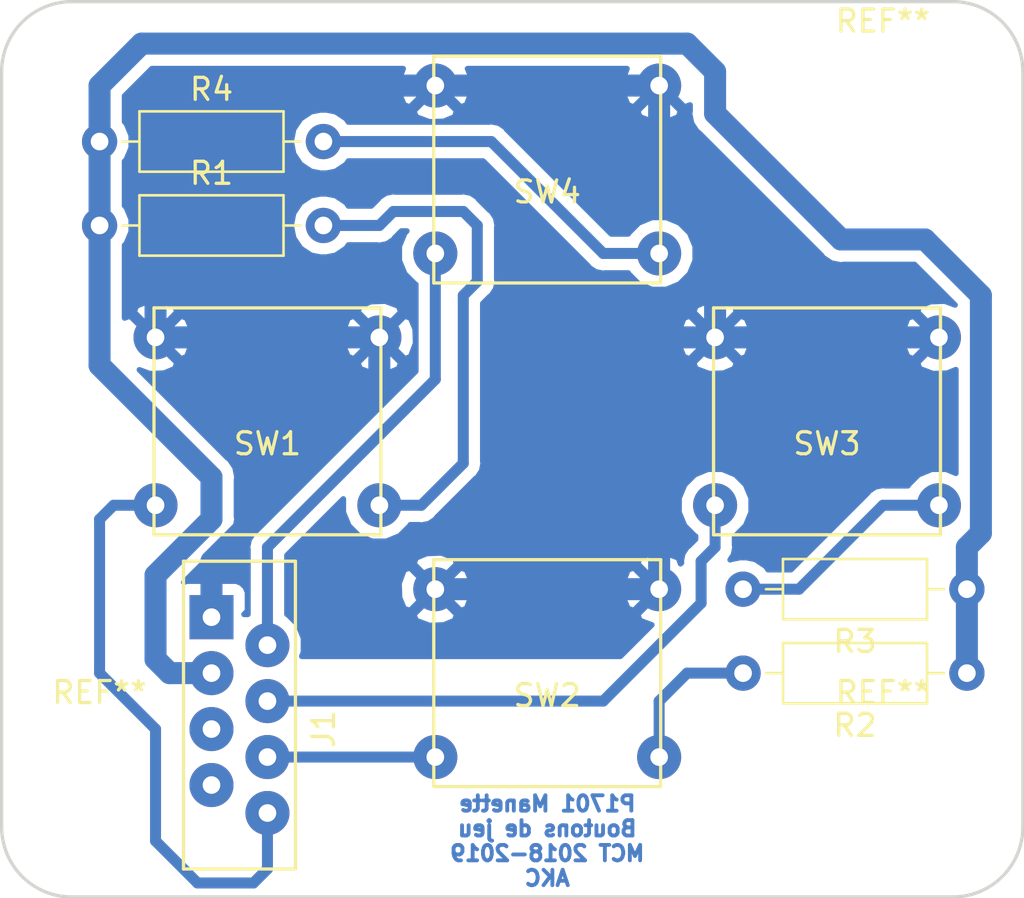
<source format=kicad_pcb>
(kicad_pcb (version 20171130) (host pcbnew "(5.0.0)")

  (general
    (thickness 1.6)
    (drawings 9)
    (tracks 73)
    (zones 0)
    (modules 12)
    (nets 13)
  )

  (page A4)
  (layers
    (0 F.Cu signal)
    (31 B.Cu signal)
    (32 B.Adhes user)
    (33 F.Adhes user)
    (34 B.Paste user)
    (35 F.Paste user)
    (36 B.SilkS user)
    (37 F.SilkS user)
    (38 B.Mask user)
    (39 F.Mask user)
    (40 Dwgs.User user)
    (41 Cmts.User user)
    (42 Eco1.User user)
    (43 Eco2.User user)
    (44 Edge.Cuts user)
    (45 Margin user)
    (46 B.CrtYd user hide)
    (47 F.CrtYd user)
    (48 B.Fab user hide)
    (49 F.Fab user hide)
  )

  (setup
    (last_trace_width 0.25)
    (trace_clearance 0.2)
    (zone_clearance 0.508)
    (zone_45_only no)
    (trace_min 0.2)
    (segment_width 0.2)
    (edge_width 0.15)
    (via_size 0.8)
    (via_drill 0.4)
    (via_min_size 0.4)
    (via_min_drill 0.3)
    (uvia_size 0.3)
    (uvia_drill 0.1)
    (uvias_allowed no)
    (uvia_min_size 0.2)
    (uvia_min_drill 0.1)
    (pcb_text_width 0.3)
    (pcb_text_size 1.5 1.5)
    (mod_edge_width 0.15)
    (mod_text_size 1 1)
    (mod_text_width 0.15)
    (pad_size 2.2 2.2)
    (pad_drill 0.9)
    (pad_to_mask_clearance 0.2)
    (aux_axis_origin 0 0)
    (visible_elements 7FFFFFFF)
    (pcbplotparams
      (layerselection 0x01000_ffffffff)
      (usegerberextensions false)
      (usegerberattributes false)
      (usegerberadvancedattributes false)
      (creategerberjobfile false)
      (excludeedgelayer true)
      (linewidth 0.100000)
      (plotframeref false)
      (viasonmask false)
      (mode 1)
      (useauxorigin false)
      (hpglpennumber 1)
      (hpglpenspeed 20)
      (hpglpendiameter 15.000000)
      (psnegative false)
      (psa4output false)
      (plotreference true)
      (plotvalue true)
      (plotinvisibletext false)
      (padsonsilk false)
      (subtractmaskfromsilk false)
      (outputformat 1)
      (mirror false)
      (drillshape 0)
      (scaleselection 1)
      (outputdirectory "boutons de jeu (a produire en 2 exemplaires)/"))
  )

  (net 0 "")
  (net 1 GND)
  (net 2 "Net-(R1-Pad2)")
  (net 3 "Net-(R2-Pad2)")
  (net 4 "Net-(R3-Pad2)")
  (net 5 "Net-(R4-Pad2)")
  (net 6 Vcc_LED)
  (net 7 "Net-(J1-Pad5)")
  (net 8 "Net-(J1-Pad7)")
  (net 9 Bouton_Haut)
  (net 10 Bouton_Droite)
  (net 11 Bouton_Bas)
  (net 12 Bouton_Gauche)

  (net_class Default "Ceci est la Netclass par défaut."
    (clearance 0.2)
    (trace_width 0.25)
    (via_dia 0.8)
    (via_drill 0.4)
    (uvia_dia 0.3)
    (uvia_drill 0.1)
    (add_net Bouton_Bas)
    (add_net Bouton_Droite)
    (add_net Bouton_Gauche)
    (add_net Bouton_Haut)
    (add_net GND)
    (add_net "Net-(J1-Pad5)")
    (add_net "Net-(J1-Pad7)")
    (add_net "Net-(R1-Pad2)")
    (add_net "Net-(R2-Pad2)")
    (add_net "Net-(R3-Pad2)")
    (add_net "Net-(R4-Pad2)")
    (add_net Vcc_LED)
  )

  (module MountingHole:MountingHole_3.2mm_M3 (layer F.Cu) (tedit 56D1B4CB) (tstamp 5CDD46A5)
    (at 137.16 104.14)
    (descr "Mounting Hole 3.2mm, no annular, M3")
    (tags "mounting hole 3.2mm no annular m3")
    (attr virtual)
    (fp_text reference REF** (at 0 -4.2) (layer F.SilkS)
      (effects (font (size 1 1) (thickness 0.15)))
    )
    (fp_text value MountingHole_3.2mm_M3 (at 0 4.2) (layer F.Fab)
      (effects (font (size 1 1) (thickness 0.15)))
    )
    (fp_circle (center 0 0) (end 3.45 0) (layer F.CrtYd) (width 0.05))
    (fp_circle (center 0 0) (end 3.2 0) (layer Cmts.User) (width 0.15))
    (fp_text user %R (at 0.3 0) (layer F.Fab)
      (effects (font (size 1 1) (thickness 0.15)))
    )
    (pad 1 np_thru_hole circle (at 0 0) (size 3.2 3.2) (drill 3.2) (layers *.Cu *.Mask))
  )

  (module MountingHole:MountingHole_3.2mm_M3 (layer F.Cu) (tedit 56D1B4CB) (tstamp 5CD8C9AB)
    (at 172.72 104.14)
    (descr "Mounting Hole 3.2mm, no annular, M3")
    (tags "mounting hole 3.2mm no annular m3")
    (attr virtual)
    (fp_text reference REF** (at 0 -4.2) (layer F.SilkS)
      (effects (font (size 1 1) (thickness 0.15)))
    )
    (fp_text value MountingHole_3.2mm_M3 (at 0 4.2) (layer F.Fab)
      (effects (font (size 1 1) (thickness 0.15)))
    )
    (fp_text user %R (at 0.3 0) (layer F.Fab)
      (effects (font (size 1 1) (thickness 0.15)))
    )
    (fp_circle (center 0 0) (end 3.2 0) (layer Cmts.User) (width 0.15))
    (fp_circle (center 0 0) (end 3.45 0) (layer F.CrtYd) (width 0.05))
    (pad 1 np_thru_hole circle (at 0 0) (size 3.2 3.2) (drill 3.2) (layers *.Cu *.Mask))
  )

  (module Resistor_THT:R_Axial_DIN0207_L6.3mm_D2.5mm_P10.16mm_Horizontal (layer F.Cu) (tedit 5AE5139B) (tstamp 5CCC0B52)
    (at 137.16 78.74)
    (descr "Resistor, Axial_DIN0207 series, Axial, Horizontal, pin pitch=10.16mm, 0.25W = 1/4W, length*diameter=6.3*2.5mm^2, http://cdn-reichelt.de/documents/datenblatt/B400/1_4W%23YAG.pdf")
    (tags "Resistor Axial_DIN0207 series Axial Horizontal pin pitch 10.16mm 0.25W = 1/4W length 6.3mm diameter 2.5mm")
    (path /5CC91A3A)
    (fp_text reference R1 (at 5.08 -2.37) (layer F.SilkS)
      (effects (font (size 1 1) (thickness 0.15)))
    )
    (fp_text value R (at 5.08 2.37) (layer F.Fab)
      (effects (font (size 1 1) (thickness 0.15)))
    )
    (fp_line (start 1.93 -1.25) (end 1.93 1.25) (layer F.Fab) (width 0.1))
    (fp_line (start 1.93 1.25) (end 8.23 1.25) (layer F.Fab) (width 0.1))
    (fp_line (start 8.23 1.25) (end 8.23 -1.25) (layer F.Fab) (width 0.1))
    (fp_line (start 8.23 -1.25) (end 1.93 -1.25) (layer F.Fab) (width 0.1))
    (fp_line (start 0 0) (end 1.93 0) (layer F.Fab) (width 0.1))
    (fp_line (start 10.16 0) (end 8.23 0) (layer F.Fab) (width 0.1))
    (fp_line (start 1.81 -1.37) (end 1.81 1.37) (layer F.SilkS) (width 0.12))
    (fp_line (start 1.81 1.37) (end 8.35 1.37) (layer F.SilkS) (width 0.12))
    (fp_line (start 8.35 1.37) (end 8.35 -1.37) (layer F.SilkS) (width 0.12))
    (fp_line (start 8.35 -1.37) (end 1.81 -1.37) (layer F.SilkS) (width 0.12))
    (fp_line (start 1.04 0) (end 1.81 0) (layer F.SilkS) (width 0.12))
    (fp_line (start 9.12 0) (end 8.35 0) (layer F.SilkS) (width 0.12))
    (fp_line (start -1.05 -1.5) (end -1.05 1.5) (layer F.CrtYd) (width 0.05))
    (fp_line (start -1.05 1.5) (end 11.21 1.5) (layer F.CrtYd) (width 0.05))
    (fp_line (start 11.21 1.5) (end 11.21 -1.5) (layer F.CrtYd) (width 0.05))
    (fp_line (start 11.21 -1.5) (end -1.05 -1.5) (layer F.CrtYd) (width 0.05))
    (fp_text user %R (at 5.08 0) (layer F.Fab)
      (effects (font (size 1 1) (thickness 0.15)))
    )
    (pad 1 thru_hole circle (at 0 0) (size 1.6 1.6) (drill 0.8) (layers *.Cu *.Mask)
      (net 6 Vcc_LED))
    (pad 2 thru_hole oval (at 10.16 0) (size 1.6 1.6) (drill 0.8) (layers *.Cu *.Mask)
      (net 2 "Net-(R1-Pad2)"))
    (model ${KISYS3DMOD}/Resistor_THT.3dshapes/R_Axial_DIN0207_L6.3mm_D2.5mm_P10.16mm_Horizontal.wrl
      (at (xyz 0 0 0))
      (scale (xyz 1 1 1))
      (rotate (xyz 0 0 0))
    )
  )

  (module Resistor_THT:R_Axial_DIN0207_L6.3mm_D2.5mm_P10.16mm_Horizontal (layer F.Cu) (tedit 5AE5139B) (tstamp 5CCC0B69)
    (at 176.53 99.06 180)
    (descr "Resistor, Axial_DIN0207 series, Axial, Horizontal, pin pitch=10.16mm, 0.25W = 1/4W, length*diameter=6.3*2.5mm^2, http://cdn-reichelt.de/documents/datenblatt/B400/1_4W%23YAG.pdf")
    (tags "Resistor Axial_DIN0207 series Axial Horizontal pin pitch 10.16mm 0.25W = 1/4W length 6.3mm diameter 2.5mm")
    (path /5CC91B1E)
    (fp_text reference R2 (at 5.08 -2.37 180) (layer F.SilkS)
      (effects (font (size 1 1) (thickness 0.15)))
    )
    (fp_text value R (at 5.08 2.37 180) (layer F.Fab)
      (effects (font (size 1 1) (thickness 0.15)))
    )
    (fp_text user %R (at 5.274999 0.504999 180) (layer F.Fab)
      (effects (font (size 1 1) (thickness 0.15)))
    )
    (fp_line (start 11.21 -1.5) (end -1.05 -1.5) (layer F.CrtYd) (width 0.05))
    (fp_line (start 11.21 1.5) (end 11.21 -1.5) (layer F.CrtYd) (width 0.05))
    (fp_line (start -1.05 1.5) (end 11.21 1.5) (layer F.CrtYd) (width 0.05))
    (fp_line (start -1.05 -1.5) (end -1.05 1.5) (layer F.CrtYd) (width 0.05))
    (fp_line (start 9.12 0) (end 8.35 0) (layer F.SilkS) (width 0.12))
    (fp_line (start 1.04 0) (end 1.81 0) (layer F.SilkS) (width 0.12))
    (fp_line (start 8.35 -1.37) (end 1.81 -1.37) (layer F.SilkS) (width 0.12))
    (fp_line (start 8.35 1.37) (end 8.35 -1.37) (layer F.SilkS) (width 0.12))
    (fp_line (start 1.81 1.37) (end 8.35 1.37) (layer F.SilkS) (width 0.12))
    (fp_line (start 1.81 -1.37) (end 1.81 1.37) (layer F.SilkS) (width 0.12))
    (fp_line (start 10.16 0) (end 8.23 0) (layer F.Fab) (width 0.1))
    (fp_line (start 0 0) (end 1.93 0) (layer F.Fab) (width 0.1))
    (fp_line (start 8.23 -1.25) (end 1.93 -1.25) (layer F.Fab) (width 0.1))
    (fp_line (start 8.23 1.25) (end 8.23 -1.25) (layer F.Fab) (width 0.1))
    (fp_line (start 1.93 1.25) (end 8.23 1.25) (layer F.Fab) (width 0.1))
    (fp_line (start 1.93 -1.25) (end 1.93 1.25) (layer F.Fab) (width 0.1))
    (pad 2 thru_hole oval (at 10.16 0 180) (size 1.6 1.6) (drill 0.8) (layers *.Cu *.Mask)
      (net 3 "Net-(R2-Pad2)"))
    (pad 1 thru_hole circle (at 0 0 180) (size 1.6 1.6) (drill 0.8) (layers *.Cu *.Mask)
      (net 6 Vcc_LED))
    (model ${KISYS3DMOD}/Resistor_THT.3dshapes/R_Axial_DIN0207_L6.3mm_D2.5mm_P10.16mm_Horizontal.wrl
      (at (xyz 0 0 0))
      (scale (xyz 1 1 1))
      (rotate (xyz 0 0 0))
    )
  )

  (module Resistor_THT:R_Axial_DIN0207_L6.3mm_D2.5mm_P10.16mm_Horizontal (layer F.Cu) (tedit 5AE5139B) (tstamp 5CCC0B80)
    (at 176.53 95.25 180)
    (descr "Resistor, Axial_DIN0207 series, Axial, Horizontal, pin pitch=10.16mm, 0.25W = 1/4W, length*diameter=6.3*2.5mm^2, http://cdn-reichelt.de/documents/datenblatt/B400/1_4W%23YAG.pdf")
    (tags "Resistor Axial_DIN0207 series Axial Horizontal pin pitch 10.16mm 0.25W = 1/4W length 6.3mm diameter 2.5mm")
    (path /5CC91BD0)
    (fp_text reference R3 (at 5.08 -2.37 180) (layer F.SilkS)
      (effects (font (size 1 1) (thickness 0.15)))
    )
    (fp_text value R (at 5.08 2.37 180) (layer F.Fab)
      (effects (font (size 1 1) (thickness 0.15)))
    )
    (fp_line (start 1.93 -1.25) (end 1.93 1.25) (layer F.Fab) (width 0.1))
    (fp_line (start 1.93 1.25) (end 8.23 1.25) (layer F.Fab) (width 0.1))
    (fp_line (start 8.23 1.25) (end 8.23 -1.25) (layer F.Fab) (width 0.1))
    (fp_line (start 8.23 -1.25) (end 1.93 -1.25) (layer F.Fab) (width 0.1))
    (fp_line (start 0 0) (end 1.93 0) (layer F.Fab) (width 0.1))
    (fp_line (start 10.16 0) (end 8.23 0) (layer F.Fab) (width 0.1))
    (fp_line (start 1.81 -1.37) (end 1.81 1.37) (layer F.SilkS) (width 0.12))
    (fp_line (start 1.81 1.37) (end 8.35 1.37) (layer F.SilkS) (width 0.12))
    (fp_line (start 8.35 1.37) (end 8.35 -1.37) (layer F.SilkS) (width 0.12))
    (fp_line (start 8.35 -1.37) (end 1.81 -1.37) (layer F.SilkS) (width 0.12))
    (fp_line (start 1.04 0) (end 1.81 0) (layer F.SilkS) (width 0.12))
    (fp_line (start 9.12 0) (end 8.35 0) (layer F.SilkS) (width 0.12))
    (fp_line (start -1.05 -1.5) (end -1.05 1.5) (layer F.CrtYd) (width 0.05))
    (fp_line (start -1.05 1.5) (end 11.21 1.5) (layer F.CrtYd) (width 0.05))
    (fp_line (start 11.21 1.5) (end 11.21 -1.5) (layer F.CrtYd) (width 0.05))
    (fp_line (start 11.21 -1.5) (end -1.05 -1.5) (layer F.CrtYd) (width 0.05))
    (fp_text user %R (at 5.08 0 180) (layer F.Fab)
      (effects (font (size 1 1) (thickness 0.15)))
    )
    (pad 1 thru_hole circle (at 0 0 180) (size 1.6 1.6) (drill 0.8) (layers *.Cu *.Mask)
      (net 6 Vcc_LED))
    (pad 2 thru_hole oval (at 10.16 0 180) (size 1.6 1.6) (drill 0.8) (layers *.Cu *.Mask)
      (net 4 "Net-(R3-Pad2)"))
    (model ${KISYS3DMOD}/Resistor_THT.3dshapes/R_Axial_DIN0207_L6.3mm_D2.5mm_P10.16mm_Horizontal.wrl
      (at (xyz 0 0 0))
      (scale (xyz 1 1 1))
      (rotate (xyz 0 0 0))
    )
  )

  (module Resistor_THT:R_Axial_DIN0207_L6.3mm_D2.5mm_P10.16mm_Horizontal (layer F.Cu) (tedit 5AE5139B) (tstamp 5CCC0B97)
    (at 137.16 74.93)
    (descr "Resistor, Axial_DIN0207 series, Axial, Horizontal, pin pitch=10.16mm, 0.25W = 1/4W, length*diameter=6.3*2.5mm^2, http://cdn-reichelt.de/documents/datenblatt/B400/1_4W%23YAG.pdf")
    (tags "Resistor Axial_DIN0207 series Axial Horizontal pin pitch 10.16mm 0.25W = 1/4W length 6.3mm diameter 2.5mm")
    (path /5CC91C85)
    (fp_text reference R4 (at 5.08 -2.37) (layer F.SilkS)
      (effects (font (size 1 1) (thickness 0.15)))
    )
    (fp_text value R (at 5.08 2.37) (layer F.Fab)
      (effects (font (size 1 1) (thickness 0.15)))
    )
    (fp_text user %R (at 5.08 0) (layer F.Fab)
      (effects (font (size 1 1) (thickness 0.15)))
    )
    (fp_line (start 11.21 -1.5) (end -1.05 -1.5) (layer F.CrtYd) (width 0.05))
    (fp_line (start 11.21 1.5) (end 11.21 -1.5) (layer F.CrtYd) (width 0.05))
    (fp_line (start -1.05 1.5) (end 11.21 1.5) (layer F.CrtYd) (width 0.05))
    (fp_line (start -1.05 -1.5) (end -1.05 1.5) (layer F.CrtYd) (width 0.05))
    (fp_line (start 9.12 0) (end 8.35 0) (layer F.SilkS) (width 0.12))
    (fp_line (start 1.04 0) (end 1.81 0) (layer F.SilkS) (width 0.12))
    (fp_line (start 8.35 -1.37) (end 1.81 -1.37) (layer F.SilkS) (width 0.12))
    (fp_line (start 8.35 1.37) (end 8.35 -1.37) (layer F.SilkS) (width 0.12))
    (fp_line (start 1.81 1.37) (end 8.35 1.37) (layer F.SilkS) (width 0.12))
    (fp_line (start 1.81 -1.37) (end 1.81 1.37) (layer F.SilkS) (width 0.12))
    (fp_line (start 10.16 0) (end 8.23 0) (layer F.Fab) (width 0.1))
    (fp_line (start 0 0) (end 1.93 0) (layer F.Fab) (width 0.1))
    (fp_line (start 8.23 -1.25) (end 1.93 -1.25) (layer F.Fab) (width 0.1))
    (fp_line (start 8.23 1.25) (end 8.23 -1.25) (layer F.Fab) (width 0.1))
    (fp_line (start 1.93 1.25) (end 8.23 1.25) (layer F.Fab) (width 0.1))
    (fp_line (start 1.93 -1.25) (end 1.93 1.25) (layer F.Fab) (width 0.1))
    (pad 2 thru_hole oval (at 10.16 0) (size 1.6 1.6) (drill 0.8) (layers *.Cu *.Mask)
      (net 5 "Net-(R4-Pad2)"))
    (pad 1 thru_hole circle (at 0 0) (size 1.6 1.6) (drill 0.8) (layers *.Cu *.Mask)
      (net 6 Vcc_LED))
    (model ${KISYS3DMOD}/Resistor_THT.3dshapes/R_Axial_DIN0207_L6.3mm_D2.5mm_P10.16mm_Horizontal.wrl
      (at (xyz 0 0 0))
      (scale (xyz 1 1 1))
      (rotate (xyz 0 0 0))
    )
  )

  (module Button_Switch_THT:Bouton_MEC (layer F.Cu) (tedit 5CC6DCB1) (tstamp 5CCC0BA3)
    (at 144.78 87.63)
    (path /5CC90DC1)
    (fp_text reference SW1 (at 0 1.016) (layer F.SilkS)
      (effects (font (size 1 1) (thickness 0.15)))
    )
    (fp_text value Bouton_1 (at 0 -0.508) (layer F.Fab)
      (effects (font (size 1 1) (thickness 0.15)))
    )
    (fp_line (start -5.15 5.15) (end 5.15 5.15) (layer F.SilkS) (width 0.15))
    (fp_line (start 5.15 -5.15) (end -5.15 -5.15) (layer F.SilkS) (width 0.15))
    (fp_line (start 5.15 5.15) (end 5.15 -5.15) (layer F.SilkS) (width 0.15))
    (fp_line (start -5.15 -5.15) (end -5.15 5.15) (layer F.SilkS) (width 0.15))
    (pad 1 thru_hole circle (at 5.08 -3.81) (size 2 2) (drill 0.8) (layers *.Cu *.Mask)
      (net 1 GND))
    (pad 2 thru_hole circle (at -5.08 -3.81) (size 2 2) (drill 0.8) (layers *.Cu *.Mask)
      (net 1 GND))
    (pad 3 thru_hole circle (at 5.08 3.81) (size 2 2) (drill 0.8) (layers *.Cu *.Mask)
      (net 2 "Net-(R1-Pad2)"))
    (pad 4 thru_hole circle (at -5.08 3.81) (size 2 2) (drill 0.8) (layers *.Cu *.Mask)
      (net 12 Bouton_Gauche))
  )

  (module Button_Switch_THT:Bouton_MEC (layer F.Cu) (tedit 5CC6DCB1) (tstamp 5CCC0BAF)
    (at 157.48 99.06)
    (path /5CC90E5A)
    (fp_text reference SW2 (at 0 1.016) (layer F.SilkS)
      (effects (font (size 1 1) (thickness 0.15)))
    )
    (fp_text value Bouton_2 (at 0 -0.508) (layer F.Fab)
      (effects (font (size 1 1) (thickness 0.15)))
    )
    (fp_line (start -5.15 5.15) (end 5.15 5.15) (layer F.SilkS) (width 0.15))
    (fp_line (start 5.15 -5.15) (end -5.15 -5.15) (layer F.SilkS) (width 0.15))
    (fp_line (start 5.15 5.15) (end 5.15 -5.15) (layer F.SilkS) (width 0.15))
    (fp_line (start -5.15 -5.15) (end -5.15 5.15) (layer F.SilkS) (width 0.15))
    (pad 1 thru_hole circle (at 5.08 -3.81) (size 2 2) (drill 0.8) (layers *.Cu *.Mask)
      (net 1 GND))
    (pad 2 thru_hole circle (at -5.08 -3.81) (size 2 2) (drill 0.8) (layers *.Cu *.Mask)
      (net 1 GND))
    (pad 3 thru_hole circle (at 5.08 3.81) (size 2 2) (drill 0.8) (layers *.Cu *.Mask)
      (net 3 "Net-(R2-Pad2)"))
    (pad 4 thru_hole circle (at -5.08 3.81) (size 2 2) (drill 0.8) (layers *.Cu *.Mask)
      (net 11 Bouton_Bas))
  )

  (module Button_Switch_THT:Bouton_MEC (layer F.Cu) (tedit 5CC6DCB1) (tstamp 5CCC0BBB)
    (at 170.18 87.63)
    (path /5CC90E81)
    (fp_text reference SW3 (at 0 1.016) (layer F.SilkS)
      (effects (font (size 1 1) (thickness 0.15)))
    )
    (fp_text value Bouton_3 (at 0 -0.508) (layer F.Fab)
      (effects (font (size 1 1) (thickness 0.15)))
    )
    (fp_line (start -5.15 5.15) (end 5.15 5.15) (layer F.SilkS) (width 0.15))
    (fp_line (start 5.15 -5.15) (end -5.15 -5.15) (layer F.SilkS) (width 0.15))
    (fp_line (start 5.15 5.15) (end 5.15 -5.15) (layer F.SilkS) (width 0.15))
    (fp_line (start -5.15 -5.15) (end -5.15 5.15) (layer F.SilkS) (width 0.15))
    (pad 1 thru_hole circle (at 5.08 -3.81) (size 2 2) (drill 0.8) (layers *.Cu *.Mask)
      (net 1 GND))
    (pad 2 thru_hole circle (at -5.08 -3.81) (size 2 2) (drill 0.8) (layers *.Cu *.Mask)
      (net 1 GND))
    (pad 3 thru_hole circle (at 5.08 3.81) (size 2 2) (drill 0.8) (layers *.Cu *.Mask)
      (net 4 "Net-(R3-Pad2)"))
    (pad 4 thru_hole circle (at -5.08 3.81) (size 2 2) (drill 0.8) (layers *.Cu *.Mask)
      (net 10 Bouton_Droite))
  )

  (module Button_Switch_THT:Bouton_MEC (layer F.Cu) (tedit 5CC6DCB1) (tstamp 5CCC0BC7)
    (at 157.48 76.2)
    (path /5CC90EA9)
    (fp_text reference SW4 (at 0 1.016) (layer F.SilkS)
      (effects (font (size 1 1) (thickness 0.15)))
    )
    (fp_text value Bouton_4 (at 0 -0.508) (layer F.Fab)
      (effects (font (size 1 1) (thickness 0.15)))
    )
    (fp_line (start -5.15 5.15) (end 5.15 5.15) (layer F.SilkS) (width 0.15))
    (fp_line (start 5.15 -5.15) (end -5.15 -5.15) (layer F.SilkS) (width 0.15))
    (fp_line (start 5.15 5.15) (end 5.15 -5.15) (layer F.SilkS) (width 0.15))
    (fp_line (start -5.15 -5.15) (end -5.15 5.15) (layer F.SilkS) (width 0.15))
    (pad 1 thru_hole circle (at 5.08 -3.81) (size 2 2) (drill 0.8) (layers *.Cu *.Mask)
      (net 1 GND))
    (pad 2 thru_hole circle (at -5.08 -3.81) (size 2 2) (drill 0.8) (layers *.Cu *.Mask)
      (net 1 GND))
    (pad 3 thru_hole circle (at 5.08 3.81) (size 2 2) (drill 0.8) (layers *.Cu *.Mask)
      (net 5 "Net-(R4-Pad2)"))
    (pad 4 thru_hole circle (at -5.08 3.81) (size 2 2) (drill 0.8) (layers *.Cu *.Mask)
      (net 9 Bouton_Haut))
  )

  (module MountingHole:MountingHole_3.2mm_M3 (layer F.Cu) (tedit 56D1B4CB) (tstamp 5CD8C993)
    (at 172.72 73.66)
    (descr "Mounting Hole 3.2mm, no annular, M3")
    (tags "mounting hole 3.2mm no annular m3")
    (attr virtual)
    (fp_text reference REF** (at 0 -4.2) (layer F.SilkS)
      (effects (font (size 1 1) (thickness 0.15)))
    )
    (fp_text value MountingHole_3.2mm_M3 (at 0 4.2) (layer F.Fab)
      (effects (font (size 1 1) (thickness 0.15)))
    )
    (fp_circle (center 0 0) (end 3.45 0) (layer F.CrtYd) (width 0.05))
    (fp_circle (center 0 0) (end 3.2 0) (layer Cmts.User) (width 0.15))
    (fp_text user %R (at 0.3 0) (layer F.Fab)
      (effects (font (size 1 1) (thickness 0.15)))
    )
    (pad 1 np_thru_hole circle (at 0 0) (size 3.2 3.2) (drill 3.2) (layers *.Cu *.Mask))
  )

  (module manette_2019:Conn_8 (layer F.Cu) (tedit 5CCFE5A6) (tstamp 5CD04149)
    (at 143.51 101.6 270)
    (path /5CC930DA)
    (fp_text reference J1 (at 0 -3.81 270) (layer F.SilkS)
      (effects (font (size 1 1) (thickness 0.15)))
    )
    (fp_text value Conn_bouton (at 0 -5.08 270) (layer F.Fab)
      (effects (font (size 1 1) (thickness 0.15)))
    )
    (fp_line (start -7.62 -2.54) (end -7.62 2.54) (layer F.SilkS) (width 0.15))
    (fp_line (start -7.62 2.54) (end 6.35 2.54) (layer F.SilkS) (width 0.15))
    (fp_line (start 6.35 2.54) (end 6.35 -2.54) (layer F.SilkS) (width 0.15))
    (fp_line (start 6.35 -2.54) (end -7.62 -2.54) (layer F.SilkS) (width 0.15))
    (pad 1 thru_hole rect (at -5.08 1.27 270) (size 2 2) (drill 0.8) (layers *.Cu *.Mask)
      (net 1 GND))
    (pad 2 thru_hole circle (at -3.81 -1.27 270) (size 2 2) (drill 0.8) (layers *.Cu *.Mask)
      (net 9 Bouton_Haut))
    (pad 3 thru_hole circle (at -2.54 1.27 270) (size 2 2) (drill 0.8) (layers *.Cu *.Mask)
      (net 6 Vcc_LED))
    (pad 4 thru_hole circle (at -1.27 -1.27 270) (size 2 2) (drill 0.8) (layers *.Cu *.Mask)
      (net 10 Bouton_Droite))
    (pad 5 thru_hole circle (at 0 1.27 270) (size 2 2) (drill 0.8) (layers *.Cu *.Mask)
      (net 7 "Net-(J1-Pad5)"))
    (pad 6 thru_hole circle (at 1.27 -1.27 270) (size 2 2) (drill 0.8) (layers *.Cu *.Mask)
      (net 11 Bouton_Bas))
    (pad 7 thru_hole circle (at 2.54 1.27 270) (size 2 2) (drill 0.8) (layers *.Cu *.Mask)
      (net 8 "Net-(J1-Pad7)"))
    (pad 8 thru_hole circle (at 3.81 -1.27 270) (size 2 2) (drill 0.8) (layers *.Cu *.Mask)
      (net 12 Bouton_Gauche))
    (pad "" np_thru_hole circle (at 5.21 0.53 270) (size 1.5 1.5) (drill 1.5) (layers *.Cu *.Mask))
  )

  (gr_arc (start 135.89 106.045) (end 132.715 106.045) (angle -90) (layer Edge.Cuts) (width 0.15))
  (gr_arc (start 175.895 106.045) (end 175.895 109.22) (angle -90) (layer Edge.Cuts) (width 0.15))
  (gr_arc (start 135.89 71.755) (end 135.89 68.58) (angle -90) (layer Edge.Cuts) (width 0.15))
  (gr_arc (start 175.895 71.755) (end 179.07 71.755) (angle -90) (layer Edge.Cuts) (width 0.15))
  (gr_text "P1701 Manette\nBoutons de jeu\nMCT 2018-2019\nAKC\n" (at 157.48 106.68) (layer B.Cu)
    (effects (font (size 0.7 0.7) (thickness 0.175)) (justify mirror))
  )
  (gr_line (start 132.715 71.755) (end 132.715 106.045) (layer Edge.Cuts) (width 0.15))
  (gr_line (start 175.895 68.58) (end 135.89 68.58) (layer Edge.Cuts) (width 0.15))
  (gr_line (start 179.07 106.045) (end 179.07 71.755) (layer Edge.Cuts) (width 0.15))
  (gr_line (start 135.89 109.22) (end 175.895 109.22) (layer Edge.Cuts) (width 0.15))

  (segment (start 152.4 72.39) (end 162.56 72.39) (width 1) (layer B.Cu) (net 1))
  (segment (start 152.4 95.25) (end 162.56 95.25) (width 1) (layer B.Cu) (net 1))
  (segment (start 139.7 83.82) (end 149.86 83.82) (width 1) (layer B.Cu) (net 1))
  (segment (start 165.1 83.82) (end 175.26 83.82) (width 1) (layer B.Cu) (net 1))
  (segment (start 162.56 95.25) (end 162.56 84.455) (width 1) (layer B.Cu) (net 1))
  (segment (start 163.195 83.82) (end 165.1 83.82) (width 1) (layer B.Cu) (net 1))
  (segment (start 162.56 84.455) (end 163.195 83.82) (width 1) (layer B.Cu) (net 1))
  (segment (start 152.4 72.39) (end 145.415 72.39) (width 1) (layer B.Cu) (net 1))
  (segment (start 139.7 78.105) (end 139.7 83.82) (width 1) (layer B.Cu) (net 1))
  (segment (start 145.415 72.39) (end 139.7 78.105) (width 1) (layer B.Cu) (net 1))
  (segment (start 162.56 74.93) (end 162.56 72.39) (width 1) (layer B.Cu) (net 1))
  (segment (start 162.56 76.2) (end 162.56 74.93) (width 1) (layer B.Cu) (net 1))
  (segment (start 165.1 83.82) (end 165.1 78.74) (width 1) (layer B.Cu) (net 1))
  (segment (start 165.1 78.74) (end 162.56 76.2) (width 1) (layer B.Cu) (net 1))
  (segment (start 149.86 86.36) (end 149.86 83.82) (width 1) (layer B.Cu) (net 1))
  (segment (start 142.24 96.52) (end 142.24 93.98) (width 1) (layer B.Cu) (net 1))
  (segment (start 142.24 93.98) (end 149.86 86.36) (width 1) (layer B.Cu) (net 1))
  (segment (start 149.86 78.74) (end 147.32 78.74) (width 0.5) (layer B.Cu) (net 2))
  (segment (start 153.67 78.105) (end 150.495 78.105) (width 0.5) (layer B.Cu) (net 2))
  (segment (start 151.765 91.44) (end 153.67 89.535) (width 0.5) (layer B.Cu) (net 2))
  (segment (start 149.86 91.44) (end 151.765 91.44) (width 0.5) (layer B.Cu) (net 2))
  (segment (start 153.67 89.535) (end 153.67 81.915) (width 0.5) (layer B.Cu) (net 2))
  (segment (start 150.495 78.105) (end 149.86 78.74) (width 0.5) (layer B.Cu) (net 2))
  (segment (start 153.67 81.915) (end 154.305 81.28) (width 0.5) (layer B.Cu) (net 2))
  (segment (start 154.305 81.28) (end 154.305 78.74) (width 0.5) (layer B.Cu) (net 2))
  (segment (start 154.305 78.74) (end 153.67 78.105) (width 0.5) (layer B.Cu) (net 2))
  (segment (start 166.37 99.06) (end 163.83 99.06) (width 0.5) (layer B.Cu) (net 3))
  (segment (start 162.56 100.33) (end 162.56 102.87) (width 0.5) (layer B.Cu) (net 3))
  (segment (start 163.83 99.06) (end 162.56 100.33) (width 0.5) (layer B.Cu) (net 3))
  (segment (start 166.37 95.25) (end 168.91 95.25) (width 0.5) (layer B.Cu) (net 4))
  (segment (start 172.72 91.44) (end 175.26 91.44) (width 0.5) (layer B.Cu) (net 4))
  (segment (start 168.91 95.25) (end 172.72 91.44) (width 0.5) (layer B.Cu) (net 4))
  (segment (start 154.94 74.93) (end 147.32 74.93) (width 0.5) (layer B.Cu) (net 5))
  (segment (start 160.02 80.01) (end 154.94 74.93) (width 0.5) (layer B.Cu) (net 5))
  (segment (start 162.56 80.01) (end 160.02 80.01) (width 0.5) (layer B.Cu) (net 5))
  (segment (start 137.16 78.74) (end 137.16 74.93) (width 1) (layer B.Cu) (net 6))
  (segment (start 176.53 99.06) (end 176.53 95.25) (width 1) (layer B.Cu) (net 6))
  (segment (start 137.16 85.09) (end 137.16 78.74) (width 1) (layer B.Cu) (net 6))
  (segment (start 140.335 99.06) (end 139.7 98.425) (width 1) (layer B.Cu) (net 6))
  (segment (start 142.24 99.06) (end 140.335 99.06) (width 1) (layer B.Cu) (net 6))
  (segment (start 139.7 98.425) (end 139.7 94.615) (width 1) (layer B.Cu) (net 6))
  (segment (start 139.7 94.615) (end 142.24 92.075) (width 1) (layer B.Cu) (net 6))
  (segment (start 142.24 92.075) (end 142.24 90.17) (width 1) (layer B.Cu) (net 6))
  (segment (start 142.24 90.17) (end 137.16 85.09) (width 1) (layer B.Cu) (net 6))
  (segment (start 139.065 70.485) (end 137.16 72.39) (width 1) (layer B.Cu) (net 6))
  (segment (start 163.83 70.485) (end 139.065 70.485) (width 1) (layer B.Cu) (net 6))
  (segment (start 165.1 73.66) (end 165.1 71.755) (width 1) (layer B.Cu) (net 6))
  (segment (start 176.53 93.345) (end 177.165 92.71) (width 1) (layer B.Cu) (net 6))
  (segment (start 165.1 71.755) (end 163.83 70.485) (width 1) (layer B.Cu) (net 6))
  (segment (start 176.53 95.25) (end 176.53 93.345) (width 1) (layer B.Cu) (net 6))
  (segment (start 177.165 92.71) (end 177.165 81.915) (width 1) (layer B.Cu) (net 6))
  (segment (start 177.165 81.915) (end 174.625 79.375) (width 1) (layer B.Cu) (net 6))
  (segment (start 174.625 79.375) (end 170.815 79.375) (width 1) (layer B.Cu) (net 6))
  (segment (start 137.16 72.39) (end 137.16 74.93) (width 1) (layer B.Cu) (net 6))
  (segment (start 170.815 79.375) (end 165.1 73.66) (width 1) (layer B.Cu) (net 6))
  (segment (start 144.78 97.79) (end 144.78 93.345) (width 0.5) (layer B.Cu) (net 9))
  (segment (start 152.4 85.725) (end 152.4 80.01) (width 0.5) (layer B.Cu) (net 9))
  (segment (start 144.78 93.345) (end 152.4 85.725) (width 0.5) (layer B.Cu) (net 9))
  (segment (start 165.1 93.345) (end 165.1 91.44) (width 0.5) (layer B.Cu) (net 10))
  (segment (start 164.465 93.98) (end 165.1 93.345) (width 0.5) (layer B.Cu) (net 10))
  (segment (start 164.465 95.885) (end 164.465 93.98) (width 0.5) (layer B.Cu) (net 10))
  (segment (start 144.78 100.33) (end 160.02 100.33) (width 0.5) (layer B.Cu) (net 10))
  (segment (start 160.02 100.33) (end 164.465 95.885) (width 0.5) (layer B.Cu) (net 10))
  (segment (start 152.4 102.87) (end 144.78 102.87) (width 0.5) (layer B.Cu) (net 11))
  (segment (start 137.795 91.44) (end 139.7 91.44) (width 0.5) (layer B.Cu) (net 12))
  (segment (start 144.78 107.95) (end 144.145 108.585) (width 0.5) (layer B.Cu) (net 12))
  (segment (start 144.78 105.41) (end 144.78 107.95) (width 0.5) (layer B.Cu) (net 12))
  (segment (start 144.145 108.585) (end 141.605 108.585) (width 0.5) (layer B.Cu) (net 12))
  (segment (start 137.16 92.075) (end 137.795 91.44) (width 0.5) (layer B.Cu) (net 12))
  (segment (start 137.16 92.075) (end 137.16 99.06) (width 0.5) (layer B.Cu) (net 12))
  (segment (start 137.16 99.06) (end 139.7 101.6) (width 0.5) (layer B.Cu) (net 12))
  (segment (start 139.7 101.6) (end 139.7 106.68) (width 0.5) (layer B.Cu) (net 12))
  (segment (start 139.7 106.68) (end 141.605 108.585) (width 0.5) (layer B.Cu) (net 12))

  (zone (net 1) (net_name GND) (layer B.Cu) (tstamp 5CDD529D) (hatch edge 0.508)
    (connect_pads (clearance 0.508))
    (min_thickness 0.254)
    (fill yes (arc_segments 16) (thermal_gap 0.508) (thermal_bridge_width 0.508))
    (polygon
      (pts
        (xy 134.62 69.215) (xy 134.62 98.425) (xy 177.165 98.425) (xy 177.165 69.215)
      )
    )
    (filled_polygon
      (pts
        (xy 150.754092 72.125461) (xy 150.778144 72.77546) (xy 150.980613 73.264264) (xy 151.247468 73.362927) (xy 152.220395 72.39)
        (xy 152.206253 72.375858) (xy 152.385858 72.196253) (xy 152.4 72.210395) (xy 152.414143 72.196253) (xy 152.593748 72.375858)
        (xy 152.579605 72.39) (xy 153.552532 73.362927) (xy 153.819387 73.264264) (xy 154.045908 72.654539) (xy 154.021856 72.00454)
        (xy 153.862575 71.62) (xy 161.101878 71.62) (xy 160.914092 72.125461) (xy 160.938144 72.77546) (xy 161.140613 73.264264)
        (xy 161.407468 73.362927) (xy 162.380395 72.39) (xy 162.366253 72.375858) (xy 162.545858 72.196253) (xy 162.56 72.210395)
        (xy 162.574143 72.196253) (xy 162.753748 72.375858) (xy 162.739605 72.39) (xy 163.712532 73.362927) (xy 163.965 73.269583)
        (xy 163.965 73.548216) (xy 163.942765 73.66) (xy 164.012753 74.011856) (xy 164.030854 74.102854) (xy 164.281711 74.478289)
        (xy 164.376482 74.541613) (xy 169.93339 80.098523) (xy 169.996711 80.193289) (xy 170.091476 80.256609) (xy 170.372145 80.444146)
        (xy 170.815 80.532235) (xy 170.926783 80.51) (xy 174.154869 80.51) (xy 175.993 82.348131) (xy 175.524539 82.174092)
        (xy 174.87454 82.198144) (xy 174.385736 82.400613) (xy 174.287073 82.667468) (xy 175.26 83.640395) (xy 175.274143 83.626253)
        (xy 175.453748 83.805858) (xy 175.439605 83.82) (xy 175.453748 83.834143) (xy 175.274143 84.013748) (xy 175.26 83.999605)
        (xy 174.287073 84.972532) (xy 174.385736 85.239387) (xy 174.995461 85.465908) (xy 175.64546 85.441856) (xy 176.030001 85.282574)
        (xy 176.03 89.989233) (xy 175.585222 89.805) (xy 174.934778 89.805) (xy 174.333847 90.053914) (xy 173.873914 90.513847)
        (xy 173.856868 90.555) (xy 172.807161 90.555) (xy 172.72 90.537663) (xy 172.632839 90.555) (xy 172.632835 90.555)
        (xy 172.37469 90.606348) (xy 172.155845 90.752576) (xy 172.155844 90.752577) (xy 172.081951 90.801951) (xy 172.032577 90.875844)
        (xy 168.543422 94.365) (xy 167.504521 94.365) (xy 167.404577 94.215423) (xy 166.929909 93.89826) (xy 166.511333 93.815)
        (xy 166.228667 93.815) (xy 165.810091 93.89826) (xy 165.782292 93.916834) (xy 165.798329 93.892835) (xy 165.933652 93.69031)
        (xy 165.944715 93.63469) (xy 165.985 93.432165) (xy 165.985 93.432161) (xy 166.002337 93.345) (xy 165.985 93.257839)
        (xy 165.985 92.843132) (xy 166.026153 92.826086) (xy 166.486086 92.366153) (xy 166.735 91.765222) (xy 166.735 91.114778)
        (xy 166.486086 90.513847) (xy 166.026153 90.053914) (xy 165.425222 89.805) (xy 164.774778 89.805) (xy 164.173847 90.053914)
        (xy 163.713914 90.513847) (xy 163.465 91.114778) (xy 163.465 91.765222) (xy 163.713914 92.366153) (xy 164.173847 92.826086)
        (xy 164.215 92.843132) (xy 164.215 92.978421) (xy 163.900844 93.292577) (xy 163.826952 93.341951) (xy 163.777578 93.415844)
        (xy 163.777576 93.415846) (xy 163.631348 93.634691) (xy 163.562663 93.98) (xy 163.577218 94.053174) (xy 163.532926 94.097466)
        (xy 163.434264 93.830613) (xy 162.824539 93.604092) (xy 162.17454 93.628144) (xy 161.685736 93.830613) (xy 161.587073 94.097468)
        (xy 162.56 95.070395) (xy 162.574143 95.056253) (xy 162.753748 95.235858) (xy 162.739605 95.25) (xy 162.753748 95.264143)
        (xy 162.574143 95.443748) (xy 162.56 95.429605) (xy 161.587073 96.402532) (xy 161.685736 96.669387) (xy 162.227691 96.87073)
        (xy 160.800421 98.298) (xy 146.339291 98.298) (xy 146.415 98.115222) (xy 146.415 97.464778) (xy 146.166086 96.863847)
        (xy 145.706153 96.403914) (xy 145.702817 96.402532) (xy 151.427073 96.402532) (xy 151.525736 96.669387) (xy 152.135461 96.895908)
        (xy 152.78546 96.871856) (xy 153.274264 96.669387) (xy 153.372927 96.402532) (xy 152.4 95.429605) (xy 151.427073 96.402532)
        (xy 145.702817 96.402532) (xy 145.665 96.386868) (xy 145.665 94.985461) (xy 150.754092 94.985461) (xy 150.778144 95.63546)
        (xy 150.980613 96.124264) (xy 151.247468 96.222927) (xy 152.220395 95.25) (xy 152.579605 95.25) (xy 153.552532 96.222927)
        (xy 153.819387 96.124264) (xy 154.045908 95.514539) (xy 154.026331 94.985461) (xy 160.914092 94.985461) (xy 160.938144 95.63546)
        (xy 161.140613 96.124264) (xy 161.407468 96.222927) (xy 162.380395 95.25) (xy 161.407468 94.277073) (xy 161.140613 94.375736)
        (xy 160.914092 94.985461) (xy 154.026331 94.985461) (xy 154.021856 94.86454) (xy 153.819387 94.375736) (xy 153.552532 94.277073)
        (xy 152.579605 95.25) (xy 152.220395 95.25) (xy 151.247468 94.277073) (xy 150.980613 94.375736) (xy 150.754092 94.985461)
        (xy 145.665 94.985461) (xy 145.665 94.097468) (xy 151.427073 94.097468) (xy 152.4 95.070395) (xy 153.372927 94.097468)
        (xy 153.274264 93.830613) (xy 152.664539 93.604092) (xy 152.01454 93.628144) (xy 151.525736 93.830613) (xy 151.427073 94.097468)
        (xy 145.665 94.097468) (xy 145.665 93.711578) (xy 148.225 91.151578) (xy 148.225 91.765222) (xy 148.473914 92.366153)
        (xy 148.933847 92.826086) (xy 149.534778 93.075) (xy 150.185222 93.075) (xy 150.786153 92.826086) (xy 151.246086 92.366153)
        (xy 151.263132 92.325) (xy 151.677839 92.325) (xy 151.765 92.342337) (xy 151.852161 92.325) (xy 151.852165 92.325)
        (xy 152.11031 92.273652) (xy 152.403049 92.078049) (xy 152.452425 92.004153) (xy 154.234156 90.222423) (xy 154.308049 90.173049)
        (xy 154.503652 89.88031) (xy 154.555 89.622165) (xy 154.555 89.622161) (xy 154.572337 89.535) (xy 154.555 89.447839)
        (xy 154.555 84.972532) (xy 164.127073 84.972532) (xy 164.225736 85.239387) (xy 164.835461 85.465908) (xy 165.48546 85.441856)
        (xy 165.974264 85.239387) (xy 166.072927 84.972532) (xy 165.1 83.999605) (xy 164.127073 84.972532) (xy 154.555 84.972532)
        (xy 154.555 83.555461) (xy 163.454092 83.555461) (xy 163.478144 84.20546) (xy 163.680613 84.694264) (xy 163.947468 84.792927)
        (xy 164.920395 83.82) (xy 165.279605 83.82) (xy 166.252532 84.792927) (xy 166.519387 84.694264) (xy 166.745908 84.084539)
        (xy 166.726331 83.555461) (xy 173.614092 83.555461) (xy 173.638144 84.20546) (xy 173.840613 84.694264) (xy 174.107468 84.792927)
        (xy 175.080395 83.82) (xy 174.107468 82.847073) (xy 173.840613 82.945736) (xy 173.614092 83.555461) (xy 166.726331 83.555461)
        (xy 166.721856 83.43454) (xy 166.519387 82.945736) (xy 166.252532 82.847073) (xy 165.279605 83.82) (xy 164.920395 83.82)
        (xy 163.947468 82.847073) (xy 163.680613 82.945736) (xy 163.454092 83.555461) (xy 154.555 83.555461) (xy 154.555 82.667468)
        (xy 164.127073 82.667468) (xy 165.1 83.640395) (xy 166.072927 82.667468) (xy 165.974264 82.400613) (xy 165.364539 82.174092)
        (xy 164.71454 82.198144) (xy 164.225736 82.400613) (xy 164.127073 82.667468) (xy 154.555 82.667468) (xy 154.555 82.281578)
        (xy 154.869156 81.967423) (xy 154.943049 81.918049) (xy 155.003329 81.827835) (xy 155.138652 81.62531) (xy 155.184247 81.396086)
        (xy 155.19 81.367165) (xy 155.19 81.367161) (xy 155.207337 81.28) (xy 155.19 81.192839) (xy 155.19 78.827161)
        (xy 155.207337 78.74) (xy 155.19 78.652839) (xy 155.19 78.652835) (xy 155.138652 78.39469) (xy 154.992424 78.175845)
        (xy 154.992423 78.175844) (xy 154.943049 78.101951) (xy 154.869156 78.052577) (xy 154.357425 77.540846) (xy 154.308049 77.466951)
        (xy 154.01531 77.271348) (xy 153.757165 77.22) (xy 153.757161 77.22) (xy 153.67 77.202663) (xy 153.582839 77.22)
        (xy 150.582161 77.22) (xy 150.495 77.202663) (xy 150.407839 77.22) (xy 150.407835 77.22) (xy 150.14969 77.271348)
        (xy 149.930845 77.417576) (xy 149.930844 77.417577) (xy 149.856951 77.466951) (xy 149.807577 77.540844) (xy 149.493422 77.855)
        (xy 148.454521 77.855) (xy 148.354577 77.705423) (xy 147.879909 77.38826) (xy 147.461333 77.305) (xy 147.178667 77.305)
        (xy 146.760091 77.38826) (xy 146.285423 77.705423) (xy 145.96826 78.180091) (xy 145.856887 78.74) (xy 145.96826 79.299909)
        (xy 146.285423 79.774577) (xy 146.760091 80.09174) (xy 147.178667 80.175) (xy 147.461333 80.175) (xy 147.879909 80.09174)
        (xy 148.354577 79.774577) (xy 148.454521 79.625) (xy 149.772839 79.625) (xy 149.86 79.642337) (xy 149.947161 79.625)
        (xy 149.947165 79.625) (xy 150.20531 79.573652) (xy 150.498049 79.378049) (xy 150.547425 79.304154) (xy 150.861579 78.99)
        (xy 151.107761 78.99) (xy 151.013914 79.083847) (xy 150.765 79.684778) (xy 150.765 80.335222) (xy 151.013914 80.936153)
        (xy 151.473847 81.396086) (xy 151.515001 81.413132) (xy 151.515 85.358421) (xy 144.215845 92.657577) (xy 144.141952 92.706951)
        (xy 144.092578 92.780844) (xy 144.092576 92.780846) (xy 143.946348 92.999691) (xy 143.877663 93.345) (xy 143.895001 93.432164)
        (xy 143.895 96.386868) (xy 143.875 96.395152) (xy 143.875 96.392998) (xy 143.716252 96.392998) (xy 143.875 96.23425)
        (xy 143.875 95.393691) (xy 143.778327 95.160302) (xy 143.599699 94.981673) (xy 143.36631 94.885) (xy 142.52575 94.885)
        (xy 142.367 95.04375) (xy 142.367 96.393) (xy 142.387 96.393) (xy 142.387 96.647) (xy 142.367 96.647)
        (xy 142.367 96.667) (xy 142.113 96.667) (xy 142.113 96.647) (xy 142.093 96.647) (xy 142.093 96.393)
        (xy 142.113 96.393) (xy 142.113 95.04375) (xy 141.95425 94.885) (xy 141.11369 94.885) (xy 140.979582 94.94055)
        (xy 142.963521 92.95661) (xy 143.058289 92.893289) (xy 143.309146 92.517855) (xy 143.375 92.186783) (xy 143.375 92.186782)
        (xy 143.397235 92.075001) (xy 143.375 91.963219) (xy 143.375 90.281783) (xy 143.397235 90.17) (xy 143.309146 89.727145)
        (xy 143.058289 89.351711) (xy 142.963521 89.288389) (xy 138.966999 85.291868) (xy 139.435461 85.465908) (xy 140.08546 85.441856)
        (xy 140.574264 85.239387) (xy 140.672927 84.972532) (xy 148.887073 84.972532) (xy 148.985736 85.239387) (xy 149.595461 85.465908)
        (xy 150.24546 85.441856) (xy 150.734264 85.239387) (xy 150.832927 84.972532) (xy 149.86 83.999605) (xy 148.887073 84.972532)
        (xy 140.672927 84.972532) (xy 139.7 83.999605) (xy 139.685858 84.013748) (xy 139.506253 83.834143) (xy 139.520395 83.82)
        (xy 139.879605 83.82) (xy 140.852532 84.792927) (xy 141.119387 84.694264) (xy 141.345908 84.084539) (xy 141.326331 83.555461)
        (xy 148.214092 83.555461) (xy 148.238144 84.20546) (xy 148.440613 84.694264) (xy 148.707468 84.792927) (xy 149.680395 83.82)
        (xy 150.039605 83.82) (xy 151.012532 84.792927) (xy 151.279387 84.694264) (xy 151.505908 84.084539) (xy 151.481856 83.43454)
        (xy 151.279387 82.945736) (xy 151.012532 82.847073) (xy 150.039605 83.82) (xy 149.680395 83.82) (xy 148.707468 82.847073)
        (xy 148.440613 82.945736) (xy 148.214092 83.555461) (xy 141.326331 83.555461) (xy 141.321856 83.43454) (xy 141.119387 82.945736)
        (xy 140.852532 82.847073) (xy 139.879605 83.82) (xy 139.520395 83.82) (xy 138.547468 82.847073) (xy 138.295 82.940417)
        (xy 138.295 82.667468) (xy 138.727073 82.667468) (xy 139.7 83.640395) (xy 140.672927 82.667468) (xy 148.887073 82.667468)
        (xy 149.86 83.640395) (xy 150.832927 82.667468) (xy 150.734264 82.400613) (xy 150.124539 82.174092) (xy 149.47454 82.198144)
        (xy 148.985736 82.400613) (xy 148.887073 82.667468) (xy 140.672927 82.667468) (xy 140.574264 82.400613) (xy 139.964539 82.174092)
        (xy 139.31454 82.198144) (xy 138.825736 82.400613) (xy 138.727073 82.667468) (xy 138.295 82.667468) (xy 138.295 79.634396)
        (xy 138.376534 79.552862) (xy 138.595 79.025439) (xy 138.595 78.454561) (xy 138.376534 77.927138) (xy 138.295 77.845604)
        (xy 138.295 75.824396) (xy 138.376534 75.742862) (xy 138.595 75.215439) (xy 138.595 74.93) (xy 145.856887 74.93)
        (xy 145.96826 75.489909) (xy 146.285423 75.964577) (xy 146.760091 76.28174) (xy 147.178667 76.365) (xy 147.461333 76.365)
        (xy 147.879909 76.28174) (xy 148.354577 75.964577) (xy 148.454521 75.815) (xy 154.573422 75.815) (xy 159.332577 80.574156)
        (xy 159.381951 80.648049) (xy 159.455844 80.697423) (xy 159.455845 80.697424) (xy 159.67469 80.843652) (xy 159.932835 80.895)
        (xy 159.932839 80.895) (xy 160.02 80.912337) (xy 160.107161 80.895) (xy 161.156868 80.895) (xy 161.173914 80.936153)
        (xy 161.633847 81.396086) (xy 162.234778 81.645) (xy 162.885222 81.645) (xy 163.486153 81.396086) (xy 163.946086 80.936153)
        (xy 164.195 80.335222) (xy 164.195 79.684778) (xy 163.946086 79.083847) (xy 163.486153 78.623914) (xy 162.885222 78.375)
        (xy 162.234778 78.375) (xy 161.633847 78.623914) (xy 161.173914 79.083847) (xy 161.156868 79.125) (xy 160.386579 79.125)
        (xy 155.627425 74.365847) (xy 155.578049 74.291951) (xy 155.28531 74.096348) (xy 155.027165 74.045) (xy 155.027161 74.045)
        (xy 154.94 74.027663) (xy 154.852839 74.045) (xy 148.454521 74.045) (xy 148.354577 73.895423) (xy 147.879909 73.57826)
        (xy 147.700293 73.542532) (xy 151.427073 73.542532) (xy 151.525736 73.809387) (xy 152.135461 74.035908) (xy 152.78546 74.011856)
        (xy 153.274264 73.809387) (xy 153.372927 73.542532) (xy 161.587073 73.542532) (xy 161.685736 73.809387) (xy 162.295461 74.035908)
        (xy 162.94546 74.011856) (xy 163.434264 73.809387) (xy 163.532927 73.542532) (xy 162.56 72.569605) (xy 161.587073 73.542532)
        (xy 153.372927 73.542532) (xy 152.4 72.569605) (xy 151.427073 73.542532) (xy 147.700293 73.542532) (xy 147.461333 73.495)
        (xy 147.178667 73.495) (xy 146.760091 73.57826) (xy 146.285423 73.895423) (xy 145.96826 74.370091) (xy 145.856887 74.93)
        (xy 138.595 74.93) (xy 138.595 74.644561) (xy 138.376534 74.117138) (xy 138.295 74.035604) (xy 138.295 72.860131)
        (xy 139.535132 71.62) (xy 150.941878 71.62)
      )
    )
  )
)

</source>
